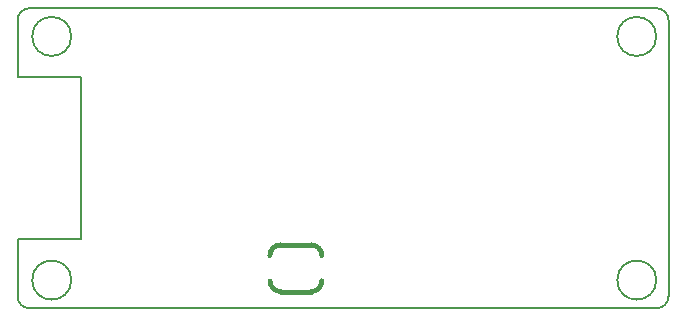
<source format=gko>
G04*
G04 #@! TF.GenerationSoftware,Altium Limited,Altium Designer,23.0.1 (38)*
G04*
G04 Layer_Color=16711935*
%FSLAX25Y25*%
%MOIN*%
G70*
G04*
G04 #@! TF.SameCoordinates,F61D067F-344E-4115-8181-82DC4058F137*
G04*
G04*
G04 #@! TF.FilePolarity,Positive*
G04*
G01*
G75*
%ADD13C,0.00787*%
%ADD80C,0.01500*%
D13*
X17894Y9400D02*
G03*
X17894Y9400I-6500J0D01*
G01*
Y90606D02*
G03*
X17894Y90606I-6500J0D01*
G01*
X212900D02*
G03*
X212900Y90606I-6500J0D01*
G01*
Y9400D02*
G03*
X212900Y9400I-6500J0D01*
G01*
X217000Y96000D02*
G03*
X213000Y100000I-4000J0D01*
G01*
Y0D02*
G03*
X217000Y4000I0J4000D01*
G01*
X4000Y100000D02*
G03*
X0Y96000I0J-4000D01*
G01*
Y4000D02*
G03*
X4000Y0I4000J0D01*
G01*
Y100000D02*
X213000Y100000D01*
X4000Y-0D02*
X213000Y0D01*
X217000Y4000D02*
Y96000D01*
X0Y77000D02*
Y96000D01*
Y4000D02*
Y23000D01*
X21000D01*
Y77000D01*
X0D02*
X21000D01*
D80*
X97852Y5551D02*
G03*
X101452Y9150I0J3600D01*
G01*
Y17550D02*
G03*
X97852Y21150I-3600J0D01*
G01*
X87748D02*
G03*
X84149Y17550I0J-3600D01*
G01*
Y9150D02*
G03*
X87748Y5551I3600J0D01*
G01*
X87751D02*
X97852D01*
X87751Y21150D02*
X97852D01*
M02*

</source>
